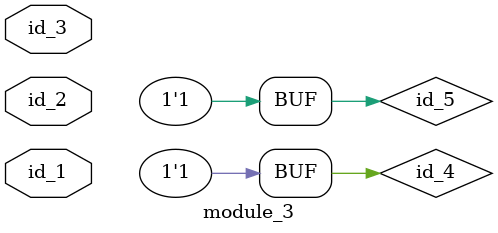
<source format=v>
module module_0;
  assign id_1 = 1;
  module_3 modCall_1 (
      id_1,
      id_1,
      id_1
  );
  assign modCall_1.id_2 = 0;
endmodule
module module_1 (
    id_1,
    id_2
);
  output wire id_2;
  output wire id_1;
  wire id_3;
  assign id_2 = 1;
  module_0 modCall_1 ();
  assign modCall_1.id_1 = 0;
endmodule
module module_2;
  wor id_1, id_2;
  wire id_3, id_4, id_5;
  module_0 modCall_1 ();
  assign modCall_1.id_1 = 0;
  wire id_6;
  wire id_7, id_8, id_9;
  initial $display(1, id_1, 1);
endmodule
module module_3 (
    id_1,
    id_2,
    id_3
);
  input wire id_3;
  inout wire id_2;
  input wire id_1;
  supply1 id_4, id_5;
  tri  id_6 = id_2 ? -1 : id_1, id_7;
  wire id_8;
endmodule

</source>
